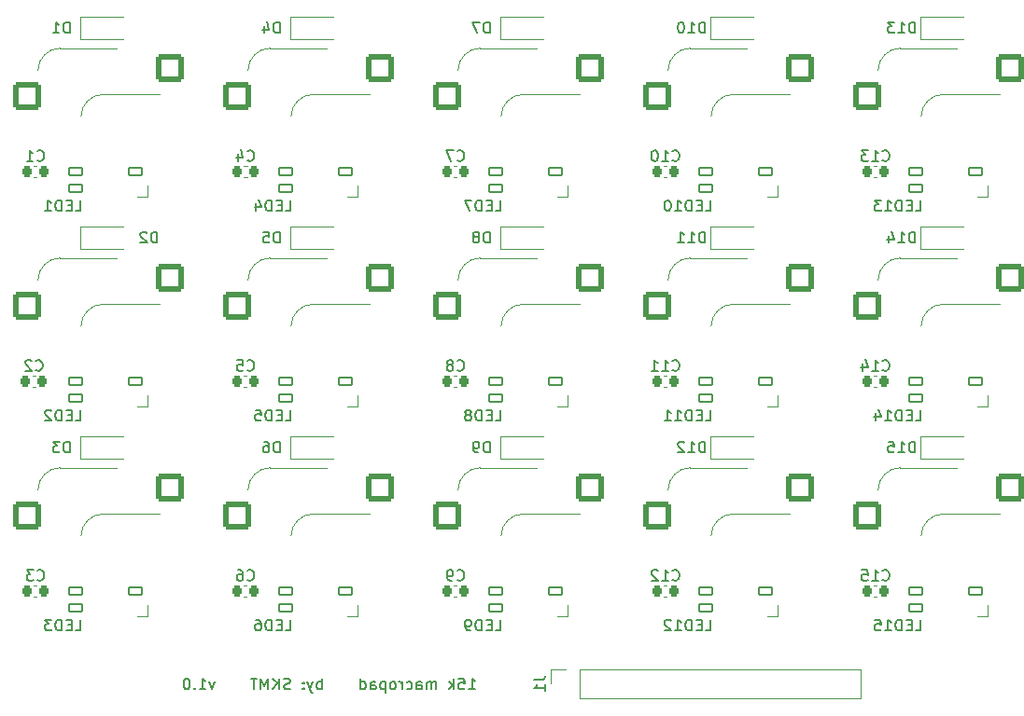
<source format=gbr>
%TF.GenerationSoftware,KiCad,Pcbnew,(6.0.6)*%
%TF.CreationDate,2022-08-15T00:28:01+08:00*%
%TF.ProjectId,15k-macropad,31356b2d-6d61-4637-926f-7061642e6b69,rev?*%
%TF.SameCoordinates,Original*%
%TF.FileFunction,Legend,Bot*%
%TF.FilePolarity,Positive*%
%FSLAX46Y46*%
G04 Gerber Fmt 4.6, Leading zero omitted, Abs format (unit mm)*
G04 Created by KiCad (PCBNEW (6.0.6)) date 2022-08-15 00:28:01*
%MOMM*%
%LPD*%
G01*
G04 APERTURE LIST*
G04 Aperture macros list*
%AMRoundRect*
0 Rectangle with rounded corners*
0 $1 Rounding radius*
0 $2 $3 $4 $5 $6 $7 $8 $9 X,Y pos of 4 corners*
0 Add a 4 corners polygon primitive as box body*
4,1,4,$2,$3,$4,$5,$6,$7,$8,$9,$2,$3,0*
0 Add four circle primitives for the rounded corners*
1,1,$1+$1,$2,$3*
1,1,$1+$1,$4,$5*
1,1,$1+$1,$6,$7*
1,1,$1+$1,$8,$9*
0 Add four rect primitives between the rounded corners*
20,1,$1+$1,$2,$3,$4,$5,0*
20,1,$1+$1,$4,$5,$6,$7,0*
20,1,$1+$1,$6,$7,$8,$9,0*
20,1,$1+$1,$8,$9,$2,$3,0*%
%AMFreePoly0*
4,1,18,-0.410000,0.593000,-0.403758,0.624380,-0.385983,0.650983,-0.359380,0.668758,-0.328000,0.675000,0.328000,0.675000,0.359380,0.668758,0.385983,0.650983,0.403758,0.624380,0.410000,0.593000,0.410000,-0.593000,0.403758,-0.624380,0.385983,-0.650983,0.359380,-0.668758,0.328000,-0.675000,0.000000,-0.675000,-0.410000,-0.265000,-0.410000,0.593000,-0.410000,0.593000,$1*%
G04 Aperture macros list end*
%ADD10C,0.150000*%
%ADD11C,0.120000*%
%ADD12C,2.200000*%
%ADD13R,0.900000X1.200000*%
%ADD14RoundRect,0.250000X-1.025000X-1.000000X1.025000X-1.000000X1.025000X1.000000X-1.025000X1.000000X0*%
%ADD15C,1.750000*%
%ADD16C,4.000000*%
%ADD17C,3.050000*%
%ADD18FreePoly0,90.000000*%
%ADD19RoundRect,0.082000X0.593000X-0.328000X0.593000X0.328000X-0.593000X0.328000X-0.593000X-0.328000X0*%
%ADD20RoundRect,0.225000X0.225000X0.250000X-0.225000X0.250000X-0.225000X-0.250000X0.225000X-0.250000X0*%
%ADD21O,1.700000X1.700000*%
%ADD22R,1.700000X1.700000*%
%ADD23C,0.800000*%
G04 APERTURE END LIST*
D10*
X137737857Y-116403380D02*
X138309285Y-116403380D01*
X138023571Y-116403380D02*
X138023571Y-115403380D01*
X138118809Y-115546238D01*
X138214047Y-115641476D01*
X138309285Y-115689095D01*
X136833095Y-115403380D02*
X137309285Y-115403380D01*
X137356904Y-115879571D01*
X137309285Y-115831952D01*
X137214047Y-115784333D01*
X136975952Y-115784333D01*
X136880714Y-115831952D01*
X136833095Y-115879571D01*
X136785476Y-115974809D01*
X136785476Y-116212904D01*
X136833095Y-116308142D01*
X136880714Y-116355761D01*
X136975952Y-116403380D01*
X137214047Y-116403380D01*
X137309285Y-116355761D01*
X137356904Y-116308142D01*
X136356904Y-116403380D02*
X136356904Y-115403380D01*
X136261666Y-116022428D02*
X135975952Y-116403380D01*
X135975952Y-115736714D02*
X136356904Y-116117666D01*
X134785476Y-116403380D02*
X134785476Y-115736714D01*
X134785476Y-115831952D02*
X134737857Y-115784333D01*
X134642619Y-115736714D01*
X134499761Y-115736714D01*
X134404523Y-115784333D01*
X134356904Y-115879571D01*
X134356904Y-116403380D01*
X134356904Y-115879571D02*
X134309285Y-115784333D01*
X134214047Y-115736714D01*
X134071190Y-115736714D01*
X133975952Y-115784333D01*
X133928333Y-115879571D01*
X133928333Y-116403380D01*
X133023571Y-116403380D02*
X133023571Y-115879571D01*
X133071190Y-115784333D01*
X133166428Y-115736714D01*
X133356904Y-115736714D01*
X133452142Y-115784333D01*
X133023571Y-116355761D02*
X133118809Y-116403380D01*
X133356904Y-116403380D01*
X133452142Y-116355761D01*
X133499761Y-116260523D01*
X133499761Y-116165285D01*
X133452142Y-116070047D01*
X133356904Y-116022428D01*
X133118809Y-116022428D01*
X133023571Y-115974809D01*
X132118809Y-116355761D02*
X132214047Y-116403380D01*
X132404523Y-116403380D01*
X132499761Y-116355761D01*
X132547380Y-116308142D01*
X132595000Y-116212904D01*
X132595000Y-115927190D01*
X132547380Y-115831952D01*
X132499761Y-115784333D01*
X132404523Y-115736714D01*
X132214047Y-115736714D01*
X132118809Y-115784333D01*
X131690238Y-116403380D02*
X131690238Y-115736714D01*
X131690238Y-115927190D02*
X131642619Y-115831952D01*
X131595000Y-115784333D01*
X131499761Y-115736714D01*
X131404523Y-115736714D01*
X130928333Y-116403380D02*
X131023571Y-116355761D01*
X131071190Y-116308142D01*
X131118809Y-116212904D01*
X131118809Y-115927190D01*
X131071190Y-115831952D01*
X131023571Y-115784333D01*
X130928333Y-115736714D01*
X130785476Y-115736714D01*
X130690238Y-115784333D01*
X130642619Y-115831952D01*
X130595000Y-115927190D01*
X130595000Y-116212904D01*
X130642619Y-116308142D01*
X130690238Y-116355761D01*
X130785476Y-116403380D01*
X130928333Y-116403380D01*
X130166428Y-115736714D02*
X130166428Y-116736714D01*
X130166428Y-115784333D02*
X130071190Y-115736714D01*
X129880714Y-115736714D01*
X129785476Y-115784333D01*
X129737857Y-115831952D01*
X129690238Y-115927190D01*
X129690238Y-116212904D01*
X129737857Y-116308142D01*
X129785476Y-116355761D01*
X129880714Y-116403380D01*
X130071190Y-116403380D01*
X130166428Y-116355761D01*
X128833095Y-116403380D02*
X128833095Y-115879571D01*
X128880714Y-115784333D01*
X128975952Y-115736714D01*
X129166428Y-115736714D01*
X129261666Y-115784333D01*
X128833095Y-116355761D02*
X128928333Y-116403380D01*
X129166428Y-116403380D01*
X129261666Y-116355761D01*
X129309285Y-116260523D01*
X129309285Y-116165285D01*
X129261666Y-116070047D01*
X129166428Y-116022428D01*
X128928333Y-116022428D01*
X128833095Y-115974809D01*
X127928333Y-116403380D02*
X127928333Y-115403380D01*
X127928333Y-116355761D02*
X128023571Y-116403380D01*
X128214047Y-116403380D01*
X128309285Y-116355761D01*
X128356904Y-116308142D01*
X128404523Y-116212904D01*
X128404523Y-115927190D01*
X128356904Y-115831952D01*
X128309285Y-115784333D01*
X128214047Y-115736714D01*
X128023571Y-115736714D01*
X127928333Y-115784333D01*
X124404523Y-116403380D02*
X124404523Y-115403380D01*
X124404523Y-115784333D02*
X124309285Y-115736714D01*
X124118809Y-115736714D01*
X124023571Y-115784333D01*
X123975952Y-115831952D01*
X123928333Y-115927190D01*
X123928333Y-116212904D01*
X123975952Y-116308142D01*
X124023571Y-116355761D01*
X124118809Y-116403380D01*
X124309285Y-116403380D01*
X124404523Y-116355761D01*
X123595000Y-115736714D02*
X123356904Y-116403380D01*
X123118809Y-115736714D02*
X123356904Y-116403380D01*
X123452142Y-116641476D01*
X123499761Y-116689095D01*
X123595000Y-116736714D01*
X122737857Y-116308142D02*
X122690238Y-116355761D01*
X122737857Y-116403380D01*
X122785476Y-116355761D01*
X122737857Y-116308142D01*
X122737857Y-116403380D01*
X122737857Y-115784333D02*
X122690238Y-115831952D01*
X122737857Y-115879571D01*
X122785476Y-115831952D01*
X122737857Y-115784333D01*
X122737857Y-115879571D01*
X121547380Y-116355761D02*
X121404523Y-116403380D01*
X121166428Y-116403380D01*
X121071190Y-116355761D01*
X121023571Y-116308142D01*
X120975952Y-116212904D01*
X120975952Y-116117666D01*
X121023571Y-116022428D01*
X121071190Y-115974809D01*
X121166428Y-115927190D01*
X121356904Y-115879571D01*
X121452142Y-115831952D01*
X121499761Y-115784333D01*
X121547380Y-115689095D01*
X121547380Y-115593857D01*
X121499761Y-115498619D01*
X121452142Y-115451000D01*
X121356904Y-115403380D01*
X121118809Y-115403380D01*
X120975952Y-115451000D01*
X120547380Y-116403380D02*
X120547380Y-115403380D01*
X119975952Y-116403380D02*
X120404523Y-115831952D01*
X119975952Y-115403380D02*
X120547380Y-115974809D01*
X119547380Y-116403380D02*
X119547380Y-115403380D01*
X119214047Y-116117666D01*
X118880714Y-115403380D01*
X118880714Y-116403380D01*
X118547380Y-115403380D02*
X117975952Y-115403380D01*
X118261666Y-116403380D02*
X118261666Y-115403380D01*
X114690238Y-115736714D02*
X114452142Y-116403380D01*
X114214047Y-115736714D01*
X113309285Y-116403380D02*
X113880714Y-116403380D01*
X113595000Y-116403380D02*
X113595000Y-115403380D01*
X113690238Y-115546238D01*
X113785476Y-115641476D01*
X113880714Y-115689095D01*
X112880714Y-116308142D02*
X112833095Y-116355761D01*
X112880714Y-116403380D01*
X112928333Y-116355761D01*
X112880714Y-116308142D01*
X112880714Y-116403380D01*
X112214047Y-115403380D02*
X112118809Y-115403380D01*
X112023571Y-115451000D01*
X111975952Y-115498619D01*
X111928333Y-115593857D01*
X111880714Y-115784333D01*
X111880714Y-116022428D01*
X111928333Y-116212904D01*
X111975952Y-116308142D01*
X112023571Y-116355761D01*
X112118809Y-116403380D01*
X112214047Y-116403380D01*
X112309285Y-116355761D01*
X112356904Y-116308142D01*
X112404523Y-116212904D01*
X112452142Y-116022428D01*
X112452142Y-115784333D01*
X112404523Y-115593857D01*
X112356904Y-115498619D01*
X112309285Y-115451000D01*
X112214047Y-115403380D01*
%TO.C,D15*%
X178220535Y-94908630D02*
X178220535Y-93908630D01*
X177982440Y-93908630D01*
X177839583Y-93956250D01*
X177744345Y-94051488D01*
X177696726Y-94146726D01*
X177649107Y-94337202D01*
X177649107Y-94480059D01*
X177696726Y-94670535D01*
X177744345Y-94765773D01*
X177839583Y-94861011D01*
X177982440Y-94908630D01*
X178220535Y-94908630D01*
X176696726Y-94908630D02*
X177268154Y-94908630D01*
X176982440Y-94908630D02*
X176982440Y-93908630D01*
X177077678Y-94051488D01*
X177172916Y-94146726D01*
X177268154Y-94194345D01*
X175791964Y-93908630D02*
X176268154Y-93908630D01*
X176315773Y-94384821D01*
X176268154Y-94337202D01*
X176172916Y-94289583D01*
X175934821Y-94289583D01*
X175839583Y-94337202D01*
X175791964Y-94384821D01*
X175744345Y-94480059D01*
X175744345Y-94718154D01*
X175791964Y-94813392D01*
X175839583Y-94861011D01*
X175934821Y-94908630D01*
X176172916Y-94908630D01*
X176268154Y-94861011D01*
X176315773Y-94813392D01*
%TO.C,D14*%
X178220535Y-75858630D02*
X178220535Y-74858630D01*
X177982440Y-74858630D01*
X177839583Y-74906250D01*
X177744345Y-75001488D01*
X177696726Y-75096726D01*
X177649107Y-75287202D01*
X177649107Y-75430059D01*
X177696726Y-75620535D01*
X177744345Y-75715773D01*
X177839583Y-75811011D01*
X177982440Y-75858630D01*
X178220535Y-75858630D01*
X176696726Y-75858630D02*
X177268154Y-75858630D01*
X176982440Y-75858630D02*
X176982440Y-74858630D01*
X177077678Y-75001488D01*
X177172916Y-75096726D01*
X177268154Y-75144345D01*
X175839583Y-75191964D02*
X175839583Y-75858630D01*
X176077678Y-74811011D02*
X176315773Y-75525297D01*
X175696726Y-75525297D01*
%TO.C,D13*%
X178220535Y-56808630D02*
X178220535Y-55808630D01*
X177982440Y-55808630D01*
X177839583Y-55856250D01*
X177744345Y-55951488D01*
X177696726Y-56046726D01*
X177649107Y-56237202D01*
X177649107Y-56380059D01*
X177696726Y-56570535D01*
X177744345Y-56665773D01*
X177839583Y-56761011D01*
X177982440Y-56808630D01*
X178220535Y-56808630D01*
X176696726Y-56808630D02*
X177268154Y-56808630D01*
X176982440Y-56808630D02*
X176982440Y-55808630D01*
X177077678Y-55951488D01*
X177172916Y-56046726D01*
X177268154Y-56094345D01*
X176363392Y-55808630D02*
X175744345Y-55808630D01*
X176077678Y-56189583D01*
X175934821Y-56189583D01*
X175839583Y-56237202D01*
X175791964Y-56284821D01*
X175744345Y-56380059D01*
X175744345Y-56618154D01*
X175791964Y-56713392D01*
X175839583Y-56761011D01*
X175934821Y-56808630D01*
X176220535Y-56808630D01*
X176315773Y-56761011D01*
X176363392Y-56713392D01*
%TO.C,D12*%
X159170535Y-94908630D02*
X159170535Y-93908630D01*
X158932440Y-93908630D01*
X158789583Y-93956250D01*
X158694345Y-94051488D01*
X158646726Y-94146726D01*
X158599107Y-94337202D01*
X158599107Y-94480059D01*
X158646726Y-94670535D01*
X158694345Y-94765773D01*
X158789583Y-94861011D01*
X158932440Y-94908630D01*
X159170535Y-94908630D01*
X157646726Y-94908630D02*
X158218154Y-94908630D01*
X157932440Y-94908630D02*
X157932440Y-93908630D01*
X158027678Y-94051488D01*
X158122916Y-94146726D01*
X158218154Y-94194345D01*
X157265773Y-94003869D02*
X157218154Y-93956250D01*
X157122916Y-93908630D01*
X156884821Y-93908630D01*
X156789583Y-93956250D01*
X156741964Y-94003869D01*
X156694345Y-94099107D01*
X156694345Y-94194345D01*
X156741964Y-94337202D01*
X157313392Y-94908630D01*
X156694345Y-94908630D01*
%TO.C,D11*%
X159170535Y-75858630D02*
X159170535Y-74858630D01*
X158932440Y-74858630D01*
X158789583Y-74906250D01*
X158694345Y-75001488D01*
X158646726Y-75096726D01*
X158599107Y-75287202D01*
X158599107Y-75430059D01*
X158646726Y-75620535D01*
X158694345Y-75715773D01*
X158789583Y-75811011D01*
X158932440Y-75858630D01*
X159170535Y-75858630D01*
X157646726Y-75858630D02*
X158218154Y-75858630D01*
X157932440Y-75858630D02*
X157932440Y-74858630D01*
X158027678Y-75001488D01*
X158122916Y-75096726D01*
X158218154Y-75144345D01*
X156694345Y-75858630D02*
X157265773Y-75858630D01*
X156980059Y-75858630D02*
X156980059Y-74858630D01*
X157075297Y-75001488D01*
X157170535Y-75096726D01*
X157265773Y-75144345D01*
%TO.C,D10*%
X159170535Y-56808630D02*
X159170535Y-55808630D01*
X158932440Y-55808630D01*
X158789583Y-55856250D01*
X158694345Y-55951488D01*
X158646726Y-56046726D01*
X158599107Y-56237202D01*
X158599107Y-56380059D01*
X158646726Y-56570535D01*
X158694345Y-56665773D01*
X158789583Y-56761011D01*
X158932440Y-56808630D01*
X159170535Y-56808630D01*
X157646726Y-56808630D02*
X158218154Y-56808630D01*
X157932440Y-56808630D02*
X157932440Y-55808630D01*
X158027678Y-55951488D01*
X158122916Y-56046726D01*
X158218154Y-56094345D01*
X157027678Y-55808630D02*
X156932440Y-55808630D01*
X156837202Y-55856250D01*
X156789583Y-55903869D01*
X156741964Y-55999107D01*
X156694345Y-56189583D01*
X156694345Y-56427678D01*
X156741964Y-56618154D01*
X156789583Y-56713392D01*
X156837202Y-56761011D01*
X156932440Y-56808630D01*
X157027678Y-56808630D01*
X157122916Y-56761011D01*
X157170535Y-56713392D01*
X157218154Y-56618154D01*
X157265773Y-56427678D01*
X157265773Y-56189583D01*
X157218154Y-55999107D01*
X157170535Y-55903869D01*
X157122916Y-55856250D01*
X157027678Y-55808630D01*
%TO.C,D9*%
X139644345Y-94908630D02*
X139644345Y-93908630D01*
X139406250Y-93908630D01*
X139263392Y-93956250D01*
X139168154Y-94051488D01*
X139120535Y-94146726D01*
X139072916Y-94337202D01*
X139072916Y-94480059D01*
X139120535Y-94670535D01*
X139168154Y-94765773D01*
X139263392Y-94861011D01*
X139406250Y-94908630D01*
X139644345Y-94908630D01*
X138596726Y-94908630D02*
X138406250Y-94908630D01*
X138311011Y-94861011D01*
X138263392Y-94813392D01*
X138168154Y-94670535D01*
X138120535Y-94480059D01*
X138120535Y-94099107D01*
X138168154Y-94003869D01*
X138215773Y-93956250D01*
X138311011Y-93908630D01*
X138501488Y-93908630D01*
X138596726Y-93956250D01*
X138644345Y-94003869D01*
X138691964Y-94099107D01*
X138691964Y-94337202D01*
X138644345Y-94432440D01*
X138596726Y-94480059D01*
X138501488Y-94527678D01*
X138311011Y-94527678D01*
X138215773Y-94480059D01*
X138168154Y-94432440D01*
X138120535Y-94337202D01*
%TO.C,D8*%
X139644345Y-75858630D02*
X139644345Y-74858630D01*
X139406250Y-74858630D01*
X139263392Y-74906250D01*
X139168154Y-75001488D01*
X139120535Y-75096726D01*
X139072916Y-75287202D01*
X139072916Y-75430059D01*
X139120535Y-75620535D01*
X139168154Y-75715773D01*
X139263392Y-75811011D01*
X139406250Y-75858630D01*
X139644345Y-75858630D01*
X138501488Y-75287202D02*
X138596726Y-75239583D01*
X138644345Y-75191964D01*
X138691964Y-75096726D01*
X138691964Y-75049107D01*
X138644345Y-74953869D01*
X138596726Y-74906250D01*
X138501488Y-74858630D01*
X138311011Y-74858630D01*
X138215773Y-74906250D01*
X138168154Y-74953869D01*
X138120535Y-75049107D01*
X138120535Y-75096726D01*
X138168154Y-75191964D01*
X138215773Y-75239583D01*
X138311011Y-75287202D01*
X138501488Y-75287202D01*
X138596726Y-75334821D01*
X138644345Y-75382440D01*
X138691964Y-75477678D01*
X138691964Y-75668154D01*
X138644345Y-75763392D01*
X138596726Y-75811011D01*
X138501488Y-75858630D01*
X138311011Y-75858630D01*
X138215773Y-75811011D01*
X138168154Y-75763392D01*
X138120535Y-75668154D01*
X138120535Y-75477678D01*
X138168154Y-75382440D01*
X138215773Y-75334821D01*
X138311011Y-75287202D01*
%TO.C,D7*%
X139644345Y-56808630D02*
X139644345Y-55808630D01*
X139406250Y-55808630D01*
X139263392Y-55856250D01*
X139168154Y-55951488D01*
X139120535Y-56046726D01*
X139072916Y-56237202D01*
X139072916Y-56380059D01*
X139120535Y-56570535D01*
X139168154Y-56665773D01*
X139263392Y-56761011D01*
X139406250Y-56808630D01*
X139644345Y-56808630D01*
X138739583Y-55808630D02*
X138072916Y-55808630D01*
X138501488Y-56808630D01*
%TO.C,D6*%
X120594345Y-94908630D02*
X120594345Y-93908630D01*
X120356250Y-93908630D01*
X120213392Y-93956250D01*
X120118154Y-94051488D01*
X120070535Y-94146726D01*
X120022916Y-94337202D01*
X120022916Y-94480059D01*
X120070535Y-94670535D01*
X120118154Y-94765773D01*
X120213392Y-94861011D01*
X120356250Y-94908630D01*
X120594345Y-94908630D01*
X119165773Y-93908630D02*
X119356250Y-93908630D01*
X119451488Y-93956250D01*
X119499107Y-94003869D01*
X119594345Y-94146726D01*
X119641964Y-94337202D01*
X119641964Y-94718154D01*
X119594345Y-94813392D01*
X119546726Y-94861011D01*
X119451488Y-94908630D01*
X119261011Y-94908630D01*
X119165773Y-94861011D01*
X119118154Y-94813392D01*
X119070535Y-94718154D01*
X119070535Y-94480059D01*
X119118154Y-94384821D01*
X119165773Y-94337202D01*
X119261011Y-94289583D01*
X119451488Y-94289583D01*
X119546726Y-94337202D01*
X119594345Y-94384821D01*
X119641964Y-94480059D01*
%TO.C,D5*%
X120594345Y-75858630D02*
X120594345Y-74858630D01*
X120356250Y-74858630D01*
X120213392Y-74906250D01*
X120118154Y-75001488D01*
X120070535Y-75096726D01*
X120022916Y-75287202D01*
X120022916Y-75430059D01*
X120070535Y-75620535D01*
X120118154Y-75715773D01*
X120213392Y-75811011D01*
X120356250Y-75858630D01*
X120594345Y-75858630D01*
X119118154Y-74858630D02*
X119594345Y-74858630D01*
X119641964Y-75334821D01*
X119594345Y-75287202D01*
X119499107Y-75239583D01*
X119261011Y-75239583D01*
X119165773Y-75287202D01*
X119118154Y-75334821D01*
X119070535Y-75430059D01*
X119070535Y-75668154D01*
X119118154Y-75763392D01*
X119165773Y-75811011D01*
X119261011Y-75858630D01*
X119499107Y-75858630D01*
X119594345Y-75811011D01*
X119641964Y-75763392D01*
%TO.C,D4*%
X120594345Y-56808630D02*
X120594345Y-55808630D01*
X120356250Y-55808630D01*
X120213392Y-55856250D01*
X120118154Y-55951488D01*
X120070535Y-56046726D01*
X120022916Y-56237202D01*
X120022916Y-56380059D01*
X120070535Y-56570535D01*
X120118154Y-56665773D01*
X120213392Y-56761011D01*
X120356250Y-56808630D01*
X120594345Y-56808630D01*
X119165773Y-56141964D02*
X119165773Y-56808630D01*
X119403869Y-55761011D02*
X119641964Y-56475297D01*
X119022916Y-56475297D01*
%TO.C,D3*%
X101544345Y-94908630D02*
X101544345Y-93908630D01*
X101306250Y-93908630D01*
X101163392Y-93956250D01*
X101068154Y-94051488D01*
X101020535Y-94146726D01*
X100972916Y-94337202D01*
X100972916Y-94480059D01*
X101020535Y-94670535D01*
X101068154Y-94765773D01*
X101163392Y-94861011D01*
X101306250Y-94908630D01*
X101544345Y-94908630D01*
X100639583Y-93908630D02*
X100020535Y-93908630D01*
X100353869Y-94289583D01*
X100211011Y-94289583D01*
X100115773Y-94337202D01*
X100068154Y-94384821D01*
X100020535Y-94480059D01*
X100020535Y-94718154D01*
X100068154Y-94813392D01*
X100115773Y-94861011D01*
X100211011Y-94908630D01*
X100496726Y-94908630D01*
X100591964Y-94861011D01*
X100639583Y-94813392D01*
%TO.C,D2*%
X109481845Y-75858630D02*
X109481845Y-74858630D01*
X109243750Y-74858630D01*
X109100892Y-74906250D01*
X109005654Y-75001488D01*
X108958035Y-75096726D01*
X108910416Y-75287202D01*
X108910416Y-75430059D01*
X108958035Y-75620535D01*
X109005654Y-75715773D01*
X109100892Y-75811011D01*
X109243750Y-75858630D01*
X109481845Y-75858630D01*
X108529464Y-74953869D02*
X108481845Y-74906250D01*
X108386607Y-74858630D01*
X108148511Y-74858630D01*
X108053273Y-74906250D01*
X108005654Y-74953869D01*
X107958035Y-75049107D01*
X107958035Y-75144345D01*
X108005654Y-75287202D01*
X108577083Y-75858630D01*
X107958035Y-75858630D01*
%TO.C,D1*%
X101544345Y-56808630D02*
X101544345Y-55808630D01*
X101306250Y-55808630D01*
X101163392Y-55856250D01*
X101068154Y-55951488D01*
X101020535Y-56046726D01*
X100972916Y-56237202D01*
X100972916Y-56380059D01*
X101020535Y-56570535D01*
X101068154Y-56665773D01*
X101163392Y-56761011D01*
X101306250Y-56808630D01*
X101544345Y-56808630D01*
X100020535Y-56808630D02*
X100591964Y-56808630D01*
X100306250Y-56808630D02*
X100306250Y-55808630D01*
X100401488Y-55951488D01*
X100496726Y-56046726D01*
X100591964Y-56094345D01*
%TO.C,LED11*%
X159208214Y-92019380D02*
X159684404Y-92019380D01*
X159684404Y-91019380D01*
X158874880Y-91495571D02*
X158541547Y-91495571D01*
X158398690Y-92019380D02*
X158874880Y-92019380D01*
X158874880Y-91019380D01*
X158398690Y-91019380D01*
X157970119Y-92019380D02*
X157970119Y-91019380D01*
X157732023Y-91019380D01*
X157589166Y-91067000D01*
X157493928Y-91162238D01*
X157446309Y-91257476D01*
X157398690Y-91447952D01*
X157398690Y-91590809D01*
X157446309Y-91781285D01*
X157493928Y-91876523D01*
X157589166Y-91971761D01*
X157732023Y-92019380D01*
X157970119Y-92019380D01*
X156446309Y-92019380D02*
X157017738Y-92019380D01*
X156732023Y-92019380D02*
X156732023Y-91019380D01*
X156827261Y-91162238D01*
X156922500Y-91257476D01*
X157017738Y-91305095D01*
X155493928Y-92019380D02*
X156065357Y-92019380D01*
X155779642Y-92019380D02*
X155779642Y-91019380D01*
X155874880Y-91162238D01*
X155970119Y-91257476D01*
X156065357Y-91305095D01*
%TO.C,LED8*%
X140158214Y-92019380D02*
X140634404Y-92019380D01*
X140634404Y-91019380D01*
X139824880Y-91495571D02*
X139491547Y-91495571D01*
X139348690Y-92019380D02*
X139824880Y-92019380D01*
X139824880Y-91019380D01*
X139348690Y-91019380D01*
X138920119Y-92019380D02*
X138920119Y-91019380D01*
X138682023Y-91019380D01*
X138539166Y-91067000D01*
X138443928Y-91162238D01*
X138396309Y-91257476D01*
X138348690Y-91447952D01*
X138348690Y-91590809D01*
X138396309Y-91781285D01*
X138443928Y-91876523D01*
X138539166Y-91971761D01*
X138682023Y-92019380D01*
X138920119Y-92019380D01*
X137777261Y-91447952D02*
X137872500Y-91400333D01*
X137920119Y-91352714D01*
X137967738Y-91257476D01*
X137967738Y-91209857D01*
X137920119Y-91114619D01*
X137872500Y-91067000D01*
X137777261Y-91019380D01*
X137586785Y-91019380D01*
X137491547Y-91067000D01*
X137443928Y-91114619D01*
X137396309Y-91209857D01*
X137396309Y-91257476D01*
X137443928Y-91352714D01*
X137491547Y-91400333D01*
X137586785Y-91447952D01*
X137777261Y-91447952D01*
X137872500Y-91495571D01*
X137920119Y-91543190D01*
X137967738Y-91638428D01*
X137967738Y-91828904D01*
X137920119Y-91924142D01*
X137872500Y-91971761D01*
X137777261Y-92019380D01*
X137586785Y-92019380D01*
X137491547Y-91971761D01*
X137443928Y-91924142D01*
X137396309Y-91828904D01*
X137396309Y-91638428D01*
X137443928Y-91543190D01*
X137491547Y-91495571D01*
X137586785Y-91447952D01*
%TO.C,LED6*%
X121108214Y-111069380D02*
X121584404Y-111069380D01*
X121584404Y-110069380D01*
X120774880Y-110545571D02*
X120441547Y-110545571D01*
X120298690Y-111069380D02*
X120774880Y-111069380D01*
X120774880Y-110069380D01*
X120298690Y-110069380D01*
X119870119Y-111069380D02*
X119870119Y-110069380D01*
X119632023Y-110069380D01*
X119489166Y-110117000D01*
X119393928Y-110212238D01*
X119346309Y-110307476D01*
X119298690Y-110497952D01*
X119298690Y-110640809D01*
X119346309Y-110831285D01*
X119393928Y-110926523D01*
X119489166Y-111021761D01*
X119632023Y-111069380D01*
X119870119Y-111069380D01*
X118441547Y-110069380D02*
X118632023Y-110069380D01*
X118727261Y-110117000D01*
X118774880Y-110164619D01*
X118870119Y-110307476D01*
X118917738Y-110497952D01*
X118917738Y-110878904D01*
X118870119Y-110974142D01*
X118822500Y-111021761D01*
X118727261Y-111069380D01*
X118536785Y-111069380D01*
X118441547Y-111021761D01*
X118393928Y-110974142D01*
X118346309Y-110878904D01*
X118346309Y-110640809D01*
X118393928Y-110545571D01*
X118441547Y-110497952D01*
X118536785Y-110450333D01*
X118727261Y-110450333D01*
X118822500Y-110497952D01*
X118870119Y-110545571D01*
X118917738Y-110640809D01*
%TO.C,LED12*%
X159208214Y-111069380D02*
X159684404Y-111069380D01*
X159684404Y-110069380D01*
X158874880Y-110545571D02*
X158541547Y-110545571D01*
X158398690Y-111069380D02*
X158874880Y-111069380D01*
X158874880Y-110069380D01*
X158398690Y-110069380D01*
X157970119Y-111069380D02*
X157970119Y-110069380D01*
X157732023Y-110069380D01*
X157589166Y-110117000D01*
X157493928Y-110212238D01*
X157446309Y-110307476D01*
X157398690Y-110497952D01*
X157398690Y-110640809D01*
X157446309Y-110831285D01*
X157493928Y-110926523D01*
X157589166Y-111021761D01*
X157732023Y-111069380D01*
X157970119Y-111069380D01*
X156446309Y-111069380D02*
X157017738Y-111069380D01*
X156732023Y-111069380D02*
X156732023Y-110069380D01*
X156827261Y-110212238D01*
X156922500Y-110307476D01*
X157017738Y-110355095D01*
X156065357Y-110164619D02*
X156017738Y-110117000D01*
X155922500Y-110069380D01*
X155684404Y-110069380D01*
X155589166Y-110117000D01*
X155541547Y-110164619D01*
X155493928Y-110259857D01*
X155493928Y-110355095D01*
X155541547Y-110497952D01*
X156112976Y-111069380D01*
X155493928Y-111069380D01*
%TO.C,LED13*%
X178258214Y-72969380D02*
X178734404Y-72969380D01*
X178734404Y-71969380D01*
X177924880Y-72445571D02*
X177591547Y-72445571D01*
X177448690Y-72969380D02*
X177924880Y-72969380D01*
X177924880Y-71969380D01*
X177448690Y-71969380D01*
X177020119Y-72969380D02*
X177020119Y-71969380D01*
X176782023Y-71969380D01*
X176639166Y-72017000D01*
X176543928Y-72112238D01*
X176496309Y-72207476D01*
X176448690Y-72397952D01*
X176448690Y-72540809D01*
X176496309Y-72731285D01*
X176543928Y-72826523D01*
X176639166Y-72921761D01*
X176782023Y-72969380D01*
X177020119Y-72969380D01*
X175496309Y-72969380D02*
X176067738Y-72969380D01*
X175782023Y-72969380D02*
X175782023Y-71969380D01*
X175877261Y-72112238D01*
X175972500Y-72207476D01*
X176067738Y-72255095D01*
X175162976Y-71969380D02*
X174543928Y-71969380D01*
X174877261Y-72350333D01*
X174734404Y-72350333D01*
X174639166Y-72397952D01*
X174591547Y-72445571D01*
X174543928Y-72540809D01*
X174543928Y-72778904D01*
X174591547Y-72874142D01*
X174639166Y-72921761D01*
X174734404Y-72969380D01*
X175020119Y-72969380D01*
X175115357Y-72921761D01*
X175162976Y-72874142D01*
%TO.C,C2*%
X98464666Y-87394642D02*
X98512285Y-87442261D01*
X98655142Y-87489880D01*
X98750380Y-87489880D01*
X98893238Y-87442261D01*
X98988476Y-87347023D01*
X99036095Y-87251785D01*
X99083714Y-87061309D01*
X99083714Y-86918452D01*
X99036095Y-86727976D01*
X98988476Y-86632738D01*
X98893238Y-86537500D01*
X98750380Y-86489880D01*
X98655142Y-86489880D01*
X98512285Y-86537500D01*
X98464666Y-86585119D01*
X98083714Y-86585119D02*
X98036095Y-86537500D01*
X97940857Y-86489880D01*
X97702761Y-86489880D01*
X97607523Y-86537500D01*
X97559904Y-86585119D01*
X97512285Y-86680357D01*
X97512285Y-86775595D01*
X97559904Y-86918452D01*
X98131333Y-87489880D01*
X97512285Y-87489880D01*
%TO.C,C12*%
X156217857Y-106444642D02*
X156265476Y-106492261D01*
X156408333Y-106539880D01*
X156503571Y-106539880D01*
X156646428Y-106492261D01*
X156741666Y-106397023D01*
X156789285Y-106301785D01*
X156836904Y-106111309D01*
X156836904Y-105968452D01*
X156789285Y-105777976D01*
X156741666Y-105682738D01*
X156646428Y-105587500D01*
X156503571Y-105539880D01*
X156408333Y-105539880D01*
X156265476Y-105587500D01*
X156217857Y-105635119D01*
X155265476Y-106539880D02*
X155836904Y-106539880D01*
X155551190Y-106539880D02*
X155551190Y-105539880D01*
X155646428Y-105682738D01*
X155741666Y-105777976D01*
X155836904Y-105825595D01*
X154884523Y-105635119D02*
X154836904Y-105587500D01*
X154741666Y-105539880D01*
X154503571Y-105539880D01*
X154408333Y-105587500D01*
X154360714Y-105635119D01*
X154313095Y-105730357D01*
X154313095Y-105825595D01*
X154360714Y-105968452D01*
X154932142Y-106539880D01*
X154313095Y-106539880D01*
%TO.C,C5*%
X117641666Y-87394642D02*
X117689285Y-87442261D01*
X117832142Y-87489880D01*
X117927380Y-87489880D01*
X118070238Y-87442261D01*
X118165476Y-87347023D01*
X118213095Y-87251785D01*
X118260714Y-87061309D01*
X118260714Y-86918452D01*
X118213095Y-86727976D01*
X118165476Y-86632738D01*
X118070238Y-86537500D01*
X117927380Y-86489880D01*
X117832142Y-86489880D01*
X117689285Y-86537500D01*
X117641666Y-86585119D01*
X116736904Y-86489880D02*
X117213095Y-86489880D01*
X117260714Y-86966071D01*
X117213095Y-86918452D01*
X117117857Y-86870833D01*
X116879761Y-86870833D01*
X116784523Y-86918452D01*
X116736904Y-86966071D01*
X116689285Y-87061309D01*
X116689285Y-87299404D01*
X116736904Y-87394642D01*
X116784523Y-87442261D01*
X116879761Y-87489880D01*
X117117857Y-87489880D01*
X117213095Y-87442261D01*
X117260714Y-87394642D01*
%TO.C,LED3*%
X102058214Y-111069380D02*
X102534404Y-111069380D01*
X102534404Y-110069380D01*
X101724880Y-110545571D02*
X101391547Y-110545571D01*
X101248690Y-111069380D02*
X101724880Y-111069380D01*
X101724880Y-110069380D01*
X101248690Y-110069380D01*
X100820119Y-111069380D02*
X100820119Y-110069380D01*
X100582023Y-110069380D01*
X100439166Y-110117000D01*
X100343928Y-110212238D01*
X100296309Y-110307476D01*
X100248690Y-110497952D01*
X100248690Y-110640809D01*
X100296309Y-110831285D01*
X100343928Y-110926523D01*
X100439166Y-111021761D01*
X100582023Y-111069380D01*
X100820119Y-111069380D01*
X99915357Y-110069380D02*
X99296309Y-110069380D01*
X99629642Y-110450333D01*
X99486785Y-110450333D01*
X99391547Y-110497952D01*
X99343928Y-110545571D01*
X99296309Y-110640809D01*
X99296309Y-110878904D01*
X99343928Y-110974142D01*
X99391547Y-111021761D01*
X99486785Y-111069380D01*
X99772500Y-111069380D01*
X99867738Y-111021761D01*
X99915357Y-110974142D01*
%TO.C,C10*%
X156217857Y-68344642D02*
X156265476Y-68392261D01*
X156408333Y-68439880D01*
X156503571Y-68439880D01*
X156646428Y-68392261D01*
X156741666Y-68297023D01*
X156789285Y-68201785D01*
X156836904Y-68011309D01*
X156836904Y-67868452D01*
X156789285Y-67677976D01*
X156741666Y-67582738D01*
X156646428Y-67487500D01*
X156503571Y-67439880D01*
X156408333Y-67439880D01*
X156265476Y-67487500D01*
X156217857Y-67535119D01*
X155265476Y-68439880D02*
X155836904Y-68439880D01*
X155551190Y-68439880D02*
X155551190Y-67439880D01*
X155646428Y-67582738D01*
X155741666Y-67677976D01*
X155836904Y-67725595D01*
X154646428Y-67439880D02*
X154551190Y-67439880D01*
X154455952Y-67487500D01*
X154408333Y-67535119D01*
X154360714Y-67630357D01*
X154313095Y-67820833D01*
X154313095Y-68058928D01*
X154360714Y-68249404D01*
X154408333Y-68344642D01*
X154455952Y-68392261D01*
X154551190Y-68439880D01*
X154646428Y-68439880D01*
X154741666Y-68392261D01*
X154789285Y-68344642D01*
X154836904Y-68249404D01*
X154884523Y-68058928D01*
X154884523Y-67820833D01*
X154836904Y-67630357D01*
X154789285Y-67535119D01*
X154741666Y-67487500D01*
X154646428Y-67439880D01*
%TO.C,C13*%
X175267857Y-68344642D02*
X175315476Y-68392261D01*
X175458333Y-68439880D01*
X175553571Y-68439880D01*
X175696428Y-68392261D01*
X175791666Y-68297023D01*
X175839285Y-68201785D01*
X175886904Y-68011309D01*
X175886904Y-67868452D01*
X175839285Y-67677976D01*
X175791666Y-67582738D01*
X175696428Y-67487500D01*
X175553571Y-67439880D01*
X175458333Y-67439880D01*
X175315476Y-67487500D01*
X175267857Y-67535119D01*
X174315476Y-68439880D02*
X174886904Y-68439880D01*
X174601190Y-68439880D02*
X174601190Y-67439880D01*
X174696428Y-67582738D01*
X174791666Y-67677976D01*
X174886904Y-67725595D01*
X173982142Y-67439880D02*
X173363095Y-67439880D01*
X173696428Y-67820833D01*
X173553571Y-67820833D01*
X173458333Y-67868452D01*
X173410714Y-67916071D01*
X173363095Y-68011309D01*
X173363095Y-68249404D01*
X173410714Y-68344642D01*
X173458333Y-68392261D01*
X173553571Y-68439880D01*
X173839285Y-68439880D01*
X173934523Y-68392261D01*
X173982142Y-68344642D01*
%TO.C,LED7*%
X140158214Y-72969380D02*
X140634404Y-72969380D01*
X140634404Y-71969380D01*
X139824880Y-72445571D02*
X139491547Y-72445571D01*
X139348690Y-72969380D02*
X139824880Y-72969380D01*
X139824880Y-71969380D01*
X139348690Y-71969380D01*
X138920119Y-72969380D02*
X138920119Y-71969380D01*
X138682023Y-71969380D01*
X138539166Y-72017000D01*
X138443928Y-72112238D01*
X138396309Y-72207476D01*
X138348690Y-72397952D01*
X138348690Y-72540809D01*
X138396309Y-72731285D01*
X138443928Y-72826523D01*
X138539166Y-72921761D01*
X138682023Y-72969380D01*
X138920119Y-72969380D01*
X138015357Y-71969380D02*
X137348690Y-71969380D01*
X137777261Y-72969380D01*
%TO.C,LED9*%
X140158214Y-111069380D02*
X140634404Y-111069380D01*
X140634404Y-110069380D01*
X139824880Y-110545571D02*
X139491547Y-110545571D01*
X139348690Y-111069380D02*
X139824880Y-111069380D01*
X139824880Y-110069380D01*
X139348690Y-110069380D01*
X138920119Y-111069380D02*
X138920119Y-110069380D01*
X138682023Y-110069380D01*
X138539166Y-110117000D01*
X138443928Y-110212238D01*
X138396309Y-110307476D01*
X138348690Y-110497952D01*
X138348690Y-110640809D01*
X138396309Y-110831285D01*
X138443928Y-110926523D01*
X138539166Y-111021761D01*
X138682023Y-111069380D01*
X138920119Y-111069380D01*
X137872500Y-111069380D02*
X137682023Y-111069380D01*
X137586785Y-111021761D01*
X137539166Y-110974142D01*
X137443928Y-110831285D01*
X137396309Y-110640809D01*
X137396309Y-110259857D01*
X137443928Y-110164619D01*
X137491547Y-110117000D01*
X137586785Y-110069380D01*
X137777261Y-110069380D01*
X137872500Y-110117000D01*
X137920119Y-110164619D01*
X137967738Y-110259857D01*
X137967738Y-110497952D01*
X137920119Y-110593190D01*
X137872500Y-110640809D01*
X137777261Y-110688428D01*
X137586785Y-110688428D01*
X137491547Y-110640809D01*
X137443928Y-110593190D01*
X137396309Y-110497952D01*
%TO.C,C15*%
X175267857Y-106444642D02*
X175315476Y-106492261D01*
X175458333Y-106539880D01*
X175553571Y-106539880D01*
X175696428Y-106492261D01*
X175791666Y-106397023D01*
X175839285Y-106301785D01*
X175886904Y-106111309D01*
X175886904Y-105968452D01*
X175839285Y-105777976D01*
X175791666Y-105682738D01*
X175696428Y-105587500D01*
X175553571Y-105539880D01*
X175458333Y-105539880D01*
X175315476Y-105587500D01*
X175267857Y-105635119D01*
X174315476Y-106539880D02*
X174886904Y-106539880D01*
X174601190Y-106539880D02*
X174601190Y-105539880D01*
X174696428Y-105682738D01*
X174791666Y-105777976D01*
X174886904Y-105825595D01*
X173410714Y-105539880D02*
X173886904Y-105539880D01*
X173934523Y-106016071D01*
X173886904Y-105968452D01*
X173791666Y-105920833D01*
X173553571Y-105920833D01*
X173458333Y-105968452D01*
X173410714Y-106016071D01*
X173363095Y-106111309D01*
X173363095Y-106349404D01*
X173410714Y-106444642D01*
X173458333Y-106492261D01*
X173553571Y-106539880D01*
X173791666Y-106539880D01*
X173886904Y-106492261D01*
X173934523Y-106444642D01*
%TO.C,C8*%
X136691666Y-87394642D02*
X136739285Y-87442261D01*
X136882142Y-87489880D01*
X136977380Y-87489880D01*
X137120238Y-87442261D01*
X137215476Y-87347023D01*
X137263095Y-87251785D01*
X137310714Y-87061309D01*
X137310714Y-86918452D01*
X137263095Y-86727976D01*
X137215476Y-86632738D01*
X137120238Y-86537500D01*
X136977380Y-86489880D01*
X136882142Y-86489880D01*
X136739285Y-86537500D01*
X136691666Y-86585119D01*
X136120238Y-86918452D02*
X136215476Y-86870833D01*
X136263095Y-86823214D01*
X136310714Y-86727976D01*
X136310714Y-86680357D01*
X136263095Y-86585119D01*
X136215476Y-86537500D01*
X136120238Y-86489880D01*
X135929761Y-86489880D01*
X135834523Y-86537500D01*
X135786904Y-86585119D01*
X135739285Y-86680357D01*
X135739285Y-86727976D01*
X135786904Y-86823214D01*
X135834523Y-86870833D01*
X135929761Y-86918452D01*
X136120238Y-86918452D01*
X136215476Y-86966071D01*
X136263095Y-87013690D01*
X136310714Y-87108928D01*
X136310714Y-87299404D01*
X136263095Y-87394642D01*
X136215476Y-87442261D01*
X136120238Y-87489880D01*
X135929761Y-87489880D01*
X135834523Y-87442261D01*
X135786904Y-87394642D01*
X135739285Y-87299404D01*
X135739285Y-87108928D01*
X135786904Y-87013690D01*
X135834523Y-86966071D01*
X135929761Y-86918452D01*
%TO.C,LED14*%
X178258214Y-92019380D02*
X178734404Y-92019380D01*
X178734404Y-91019380D01*
X177924880Y-91495571D02*
X177591547Y-91495571D01*
X177448690Y-92019380D02*
X177924880Y-92019380D01*
X177924880Y-91019380D01*
X177448690Y-91019380D01*
X177020119Y-92019380D02*
X177020119Y-91019380D01*
X176782023Y-91019380D01*
X176639166Y-91067000D01*
X176543928Y-91162238D01*
X176496309Y-91257476D01*
X176448690Y-91447952D01*
X176448690Y-91590809D01*
X176496309Y-91781285D01*
X176543928Y-91876523D01*
X176639166Y-91971761D01*
X176782023Y-92019380D01*
X177020119Y-92019380D01*
X175496309Y-92019380D02*
X176067738Y-92019380D01*
X175782023Y-92019380D02*
X175782023Y-91019380D01*
X175877261Y-91162238D01*
X175972500Y-91257476D01*
X176067738Y-91305095D01*
X174639166Y-91352714D02*
X174639166Y-92019380D01*
X174877261Y-90971761D02*
X175115357Y-91686047D01*
X174496309Y-91686047D01*
%TO.C,LED5*%
X121108214Y-92019380D02*
X121584404Y-92019380D01*
X121584404Y-91019380D01*
X120774880Y-91495571D02*
X120441547Y-91495571D01*
X120298690Y-92019380D02*
X120774880Y-92019380D01*
X120774880Y-91019380D01*
X120298690Y-91019380D01*
X119870119Y-92019380D02*
X119870119Y-91019380D01*
X119632023Y-91019380D01*
X119489166Y-91067000D01*
X119393928Y-91162238D01*
X119346309Y-91257476D01*
X119298690Y-91447952D01*
X119298690Y-91590809D01*
X119346309Y-91781285D01*
X119393928Y-91876523D01*
X119489166Y-91971761D01*
X119632023Y-92019380D01*
X119870119Y-92019380D01*
X118393928Y-91019380D02*
X118870119Y-91019380D01*
X118917738Y-91495571D01*
X118870119Y-91447952D01*
X118774880Y-91400333D01*
X118536785Y-91400333D01*
X118441547Y-91447952D01*
X118393928Y-91495571D01*
X118346309Y-91590809D01*
X118346309Y-91828904D01*
X118393928Y-91924142D01*
X118441547Y-91971761D01*
X118536785Y-92019380D01*
X118774880Y-92019380D01*
X118870119Y-91971761D01*
X118917738Y-91924142D01*
%TO.C,LED10*%
X159208214Y-72969380D02*
X159684404Y-72969380D01*
X159684404Y-71969380D01*
X158874880Y-72445571D02*
X158541547Y-72445571D01*
X158398690Y-72969380D02*
X158874880Y-72969380D01*
X158874880Y-71969380D01*
X158398690Y-71969380D01*
X157970119Y-72969380D02*
X157970119Y-71969380D01*
X157732023Y-71969380D01*
X157589166Y-72017000D01*
X157493928Y-72112238D01*
X157446309Y-72207476D01*
X157398690Y-72397952D01*
X157398690Y-72540809D01*
X157446309Y-72731285D01*
X157493928Y-72826523D01*
X157589166Y-72921761D01*
X157732023Y-72969380D01*
X157970119Y-72969380D01*
X156446309Y-72969380D02*
X157017738Y-72969380D01*
X156732023Y-72969380D02*
X156732023Y-71969380D01*
X156827261Y-72112238D01*
X156922500Y-72207476D01*
X157017738Y-72255095D01*
X155827261Y-71969380D02*
X155732023Y-71969380D01*
X155636785Y-72017000D01*
X155589166Y-72064619D01*
X155541547Y-72159857D01*
X155493928Y-72350333D01*
X155493928Y-72588428D01*
X155541547Y-72778904D01*
X155589166Y-72874142D01*
X155636785Y-72921761D01*
X155732023Y-72969380D01*
X155827261Y-72969380D01*
X155922500Y-72921761D01*
X155970119Y-72874142D01*
X156017738Y-72778904D01*
X156065357Y-72588428D01*
X156065357Y-72350333D01*
X156017738Y-72159857D01*
X155970119Y-72064619D01*
X155922500Y-72017000D01*
X155827261Y-71969380D01*
%TO.C,C3*%
X98591666Y-106444642D02*
X98639285Y-106492261D01*
X98782142Y-106539880D01*
X98877380Y-106539880D01*
X99020238Y-106492261D01*
X99115476Y-106397023D01*
X99163095Y-106301785D01*
X99210714Y-106111309D01*
X99210714Y-105968452D01*
X99163095Y-105777976D01*
X99115476Y-105682738D01*
X99020238Y-105587500D01*
X98877380Y-105539880D01*
X98782142Y-105539880D01*
X98639285Y-105587500D01*
X98591666Y-105635119D01*
X98258333Y-105539880D02*
X97639285Y-105539880D01*
X97972619Y-105920833D01*
X97829761Y-105920833D01*
X97734523Y-105968452D01*
X97686904Y-106016071D01*
X97639285Y-106111309D01*
X97639285Y-106349404D01*
X97686904Y-106444642D01*
X97734523Y-106492261D01*
X97829761Y-106539880D01*
X98115476Y-106539880D01*
X98210714Y-106492261D01*
X98258333Y-106444642D01*
%TO.C,C14*%
X175267857Y-87394642D02*
X175315476Y-87442261D01*
X175458333Y-87489880D01*
X175553571Y-87489880D01*
X175696428Y-87442261D01*
X175791666Y-87347023D01*
X175839285Y-87251785D01*
X175886904Y-87061309D01*
X175886904Y-86918452D01*
X175839285Y-86727976D01*
X175791666Y-86632738D01*
X175696428Y-86537500D01*
X175553571Y-86489880D01*
X175458333Y-86489880D01*
X175315476Y-86537500D01*
X175267857Y-86585119D01*
X174315476Y-87489880D02*
X174886904Y-87489880D01*
X174601190Y-87489880D02*
X174601190Y-86489880D01*
X174696428Y-86632738D01*
X174791666Y-86727976D01*
X174886904Y-86775595D01*
X173458333Y-86823214D02*
X173458333Y-87489880D01*
X173696428Y-86442261D02*
X173934523Y-87156547D01*
X173315476Y-87156547D01*
%TO.C,LED1*%
X102058214Y-72969380D02*
X102534404Y-72969380D01*
X102534404Y-71969380D01*
X101724880Y-72445571D02*
X101391547Y-72445571D01*
X101248690Y-72969380D02*
X101724880Y-72969380D01*
X101724880Y-71969380D01*
X101248690Y-71969380D01*
X100820119Y-72969380D02*
X100820119Y-71969380D01*
X100582023Y-71969380D01*
X100439166Y-72017000D01*
X100343928Y-72112238D01*
X100296309Y-72207476D01*
X100248690Y-72397952D01*
X100248690Y-72540809D01*
X100296309Y-72731285D01*
X100343928Y-72826523D01*
X100439166Y-72921761D01*
X100582023Y-72969380D01*
X100820119Y-72969380D01*
X99296309Y-72969380D02*
X99867738Y-72969380D01*
X99582023Y-72969380D02*
X99582023Y-71969380D01*
X99677261Y-72112238D01*
X99772500Y-72207476D01*
X99867738Y-72255095D01*
%TO.C,C7*%
X136691666Y-68344642D02*
X136739285Y-68392261D01*
X136882142Y-68439880D01*
X136977380Y-68439880D01*
X137120238Y-68392261D01*
X137215476Y-68297023D01*
X137263095Y-68201785D01*
X137310714Y-68011309D01*
X137310714Y-67868452D01*
X137263095Y-67677976D01*
X137215476Y-67582738D01*
X137120238Y-67487500D01*
X136977380Y-67439880D01*
X136882142Y-67439880D01*
X136739285Y-67487500D01*
X136691666Y-67535119D01*
X136358333Y-67439880D02*
X135691666Y-67439880D01*
X136120238Y-68439880D01*
%TO.C,LED2*%
X102058214Y-92019380D02*
X102534404Y-92019380D01*
X102534404Y-91019380D01*
X101724880Y-91495571D02*
X101391547Y-91495571D01*
X101248690Y-92019380D02*
X101724880Y-92019380D01*
X101724880Y-91019380D01*
X101248690Y-91019380D01*
X100820119Y-92019380D02*
X100820119Y-91019380D01*
X100582023Y-91019380D01*
X100439166Y-91067000D01*
X100343928Y-91162238D01*
X100296309Y-91257476D01*
X100248690Y-91447952D01*
X100248690Y-91590809D01*
X100296309Y-91781285D01*
X100343928Y-91876523D01*
X100439166Y-91971761D01*
X100582023Y-92019380D01*
X100820119Y-92019380D01*
X99867738Y-91114619D02*
X99820119Y-91067000D01*
X99724880Y-91019380D01*
X99486785Y-91019380D01*
X99391547Y-91067000D01*
X99343928Y-91114619D01*
X99296309Y-91209857D01*
X99296309Y-91305095D01*
X99343928Y-91447952D01*
X99915357Y-92019380D01*
X99296309Y-92019380D01*
%TO.C,J1*%
X143648630Y-115554166D02*
X144362916Y-115554166D01*
X144505773Y-115506547D01*
X144601011Y-115411309D01*
X144648630Y-115268452D01*
X144648630Y-115173214D01*
X144648630Y-116554166D02*
X144648630Y-115982738D01*
X144648630Y-116268452D02*
X143648630Y-116268452D01*
X143791488Y-116173214D01*
X143886726Y-116077976D01*
X143934345Y-115982738D01*
%TO.C,LED4*%
X121108214Y-72969380D02*
X121584404Y-72969380D01*
X121584404Y-71969380D01*
X120774880Y-72445571D02*
X120441547Y-72445571D01*
X120298690Y-72969380D02*
X120774880Y-72969380D01*
X120774880Y-71969380D01*
X120298690Y-71969380D01*
X119870119Y-72969380D02*
X119870119Y-71969380D01*
X119632023Y-71969380D01*
X119489166Y-72017000D01*
X119393928Y-72112238D01*
X119346309Y-72207476D01*
X119298690Y-72397952D01*
X119298690Y-72540809D01*
X119346309Y-72731285D01*
X119393928Y-72826523D01*
X119489166Y-72921761D01*
X119632023Y-72969380D01*
X119870119Y-72969380D01*
X118441547Y-72302714D02*
X118441547Y-72969380D01*
X118679642Y-71921761D02*
X118917738Y-72636047D01*
X118298690Y-72636047D01*
%TO.C,LED15*%
X178258214Y-111069380D02*
X178734404Y-111069380D01*
X178734404Y-110069380D01*
X177924880Y-110545571D02*
X177591547Y-110545571D01*
X177448690Y-111069380D02*
X177924880Y-111069380D01*
X177924880Y-110069380D01*
X177448690Y-110069380D01*
X177020119Y-111069380D02*
X177020119Y-110069380D01*
X176782023Y-110069380D01*
X176639166Y-110117000D01*
X176543928Y-110212238D01*
X176496309Y-110307476D01*
X176448690Y-110497952D01*
X176448690Y-110640809D01*
X176496309Y-110831285D01*
X176543928Y-110926523D01*
X176639166Y-111021761D01*
X176782023Y-111069380D01*
X177020119Y-111069380D01*
X175496309Y-111069380D02*
X176067738Y-111069380D01*
X175782023Y-111069380D02*
X175782023Y-110069380D01*
X175877261Y-110212238D01*
X175972500Y-110307476D01*
X176067738Y-110355095D01*
X174591547Y-110069380D02*
X175067738Y-110069380D01*
X175115357Y-110545571D01*
X175067738Y-110497952D01*
X174972500Y-110450333D01*
X174734404Y-110450333D01*
X174639166Y-110497952D01*
X174591547Y-110545571D01*
X174543928Y-110640809D01*
X174543928Y-110878904D01*
X174591547Y-110974142D01*
X174639166Y-111021761D01*
X174734404Y-111069380D01*
X174972500Y-111069380D01*
X175067738Y-111021761D01*
X175115357Y-110974142D01*
%TO.C,C4*%
X117660416Y-68344642D02*
X117708035Y-68392261D01*
X117850892Y-68439880D01*
X117946130Y-68439880D01*
X118088988Y-68392261D01*
X118184226Y-68297023D01*
X118231845Y-68201785D01*
X118279464Y-68011309D01*
X118279464Y-67868452D01*
X118231845Y-67677976D01*
X118184226Y-67582738D01*
X118088988Y-67487500D01*
X117946130Y-67439880D01*
X117850892Y-67439880D01*
X117708035Y-67487500D01*
X117660416Y-67535119D01*
X116803273Y-67773214D02*
X116803273Y-68439880D01*
X117041369Y-67392261D02*
X117279464Y-68106547D01*
X116660416Y-68106547D01*
%TO.C,C1*%
X98591666Y-68344642D02*
X98639285Y-68392261D01*
X98782142Y-68439880D01*
X98877380Y-68439880D01*
X99020238Y-68392261D01*
X99115476Y-68297023D01*
X99163095Y-68201785D01*
X99210714Y-68011309D01*
X99210714Y-67868452D01*
X99163095Y-67677976D01*
X99115476Y-67582738D01*
X99020238Y-67487500D01*
X98877380Y-67439880D01*
X98782142Y-67439880D01*
X98639285Y-67487500D01*
X98591666Y-67535119D01*
X97639285Y-68439880D02*
X98210714Y-68439880D01*
X97925000Y-68439880D02*
X97925000Y-67439880D01*
X98020238Y-67582738D01*
X98115476Y-67677976D01*
X98210714Y-67725595D01*
%TO.C,C9*%
X136691666Y-106444642D02*
X136739285Y-106492261D01*
X136882142Y-106539880D01*
X136977380Y-106539880D01*
X137120238Y-106492261D01*
X137215476Y-106397023D01*
X137263095Y-106301785D01*
X137310714Y-106111309D01*
X137310714Y-105968452D01*
X137263095Y-105777976D01*
X137215476Y-105682738D01*
X137120238Y-105587500D01*
X136977380Y-105539880D01*
X136882142Y-105539880D01*
X136739285Y-105587500D01*
X136691666Y-105635119D01*
X136215476Y-106539880D02*
X136025000Y-106539880D01*
X135929761Y-106492261D01*
X135882142Y-106444642D01*
X135786904Y-106301785D01*
X135739285Y-106111309D01*
X135739285Y-105730357D01*
X135786904Y-105635119D01*
X135834523Y-105587500D01*
X135929761Y-105539880D01*
X136120238Y-105539880D01*
X136215476Y-105587500D01*
X136263095Y-105635119D01*
X136310714Y-105730357D01*
X136310714Y-105968452D01*
X136263095Y-106063690D01*
X136215476Y-106111309D01*
X136120238Y-106158928D01*
X135929761Y-106158928D01*
X135834523Y-106111309D01*
X135786904Y-106063690D01*
X135739285Y-105968452D01*
%TO.C,C11*%
X156217857Y-87394642D02*
X156265476Y-87442261D01*
X156408333Y-87489880D01*
X156503571Y-87489880D01*
X156646428Y-87442261D01*
X156741666Y-87347023D01*
X156789285Y-87251785D01*
X156836904Y-87061309D01*
X156836904Y-86918452D01*
X156789285Y-86727976D01*
X156741666Y-86632738D01*
X156646428Y-86537500D01*
X156503571Y-86489880D01*
X156408333Y-86489880D01*
X156265476Y-86537500D01*
X156217857Y-86585119D01*
X155265476Y-87489880D02*
X155836904Y-87489880D01*
X155551190Y-87489880D02*
X155551190Y-86489880D01*
X155646428Y-86632738D01*
X155741666Y-86727976D01*
X155836904Y-86775595D01*
X154313095Y-87489880D02*
X154884523Y-87489880D01*
X154598809Y-87489880D02*
X154598809Y-86489880D01*
X154694047Y-86632738D01*
X154789285Y-86727976D01*
X154884523Y-86775595D01*
%TO.C,C6*%
X117641666Y-106444642D02*
X117689285Y-106492261D01*
X117832142Y-106539880D01*
X117927380Y-106539880D01*
X118070238Y-106492261D01*
X118165476Y-106397023D01*
X118213095Y-106301785D01*
X118260714Y-106111309D01*
X118260714Y-105968452D01*
X118213095Y-105777976D01*
X118165476Y-105682738D01*
X118070238Y-105587500D01*
X117927380Y-105539880D01*
X117832142Y-105539880D01*
X117689285Y-105587500D01*
X117641666Y-105635119D01*
X116784523Y-105539880D02*
X116975000Y-105539880D01*
X117070238Y-105587500D01*
X117117857Y-105635119D01*
X117213095Y-105777976D01*
X117260714Y-105968452D01*
X117260714Y-106349404D01*
X117213095Y-106444642D01*
X117165476Y-106492261D01*
X117070238Y-106539880D01*
X116879761Y-106539880D01*
X116784523Y-106492261D01*
X116736904Y-106444642D01*
X116689285Y-106349404D01*
X116689285Y-106111309D01*
X116736904Y-106016071D01*
X116784523Y-105968452D01*
X116879761Y-105920833D01*
X117070238Y-105920833D01*
X117165476Y-105968452D01*
X117213095Y-106016071D01*
X117260714Y-106111309D01*
D11*
%TO.C,D15*%
X178725000Y-93456250D02*
X182625000Y-93456250D01*
X178725000Y-95456250D02*
X178725000Y-93456250D01*
X178725000Y-95456250D02*
X182625000Y-95456250D01*
%TO.C,D14*%
X178725000Y-74406250D02*
X182625000Y-74406250D01*
X178725000Y-76406250D02*
X178725000Y-74406250D01*
X178725000Y-76406250D02*
X182625000Y-76406250D01*
%TO.C,D13*%
X178725000Y-55356250D02*
X182625000Y-55356250D01*
X178725000Y-57356250D02*
X178725000Y-55356250D01*
X178725000Y-57356250D02*
X182625000Y-57356250D01*
%TO.C,D12*%
X159675000Y-93456250D02*
X163575000Y-93456250D01*
X159675000Y-95456250D02*
X159675000Y-93456250D01*
X159675000Y-95456250D02*
X163575000Y-95456250D01*
%TO.C,D11*%
X159675000Y-74406250D02*
X163575000Y-74406250D01*
X159675000Y-76406250D02*
X159675000Y-74406250D01*
X159675000Y-76406250D02*
X163575000Y-76406250D01*
%TO.C,D10*%
X159675000Y-55356250D02*
X163575000Y-55356250D01*
X159675000Y-57356250D02*
X159675000Y-55356250D01*
X159675000Y-57356250D02*
X163575000Y-57356250D01*
%TO.C,D9*%
X140625000Y-93456250D02*
X144525000Y-93456250D01*
X140625000Y-95456250D02*
X140625000Y-93456250D01*
X140625000Y-95456250D02*
X144525000Y-95456250D01*
%TO.C,D8*%
X140625000Y-74406250D02*
X144525000Y-74406250D01*
X140625000Y-76406250D02*
X140625000Y-74406250D01*
X140625000Y-76406250D02*
X144525000Y-76406250D01*
%TO.C,D7*%
X140625000Y-55356250D02*
X144525000Y-55356250D01*
X140625000Y-57356250D02*
X140625000Y-55356250D01*
X140625000Y-57356250D02*
X144525000Y-57356250D01*
%TO.C,D6*%
X121575000Y-93456250D02*
X125475000Y-93456250D01*
X121575000Y-95456250D02*
X121575000Y-93456250D01*
X121575000Y-95456250D02*
X125475000Y-95456250D01*
%TO.C,D5*%
X121575000Y-74406250D02*
X125475000Y-74406250D01*
X121575000Y-76406250D02*
X121575000Y-74406250D01*
X121575000Y-76406250D02*
X125475000Y-76406250D01*
%TO.C,D4*%
X121575000Y-55356250D02*
X125475000Y-55356250D01*
X121575000Y-57356250D02*
X121575000Y-55356250D01*
X121575000Y-57356250D02*
X125475000Y-57356250D01*
%TO.C,D3*%
X102525000Y-93456250D02*
X106425000Y-93456250D01*
X102525000Y-95456250D02*
X102525000Y-93456250D01*
X102525000Y-95456250D02*
X106425000Y-95456250D01*
%TO.C,D2*%
X102525000Y-74406250D02*
X106425000Y-74406250D01*
X102525000Y-76406250D02*
X102525000Y-74406250D01*
X102525000Y-76406250D02*
X106425000Y-76406250D01*
%TO.C,D1*%
X102525000Y-55356250D02*
X106425000Y-55356250D01*
X102525000Y-57356250D02*
X102525000Y-55356250D01*
X102525000Y-57356250D02*
X106425000Y-57356250D01*
%TO.C,MX15*%
X176875000Y-96287500D02*
G75*
G03*
X174875000Y-98287500I-1J-1999999D01*
G01*
X180775000Y-100487500D02*
G75*
G03*
X178775000Y-102487500I-1J-1999999D01*
G01*
X180775000Y-100487500D02*
X185875000Y-100487500D01*
X176875000Y-96287500D02*
X181975000Y-96287500D01*
%TO.C,MX7*%
X138775000Y-58187500D02*
G75*
G03*
X136775000Y-60187500I-1J-1999999D01*
G01*
X142675000Y-62387500D02*
G75*
G03*
X140675000Y-64387500I-1J-1999999D01*
G01*
X142675000Y-62387500D02*
X147775000Y-62387500D01*
X138775000Y-58187500D02*
X143875000Y-58187500D01*
%TO.C,MX5*%
X119725000Y-77237500D02*
G75*
G03*
X117725000Y-79237500I-1J-1999999D01*
G01*
X123625000Y-81437500D02*
G75*
G03*
X121625000Y-83437500I-1J-1999999D01*
G01*
X123625000Y-81437500D02*
X128725000Y-81437500D01*
X119725000Y-77237500D02*
X124825000Y-77237500D01*
%TO.C,MX14*%
X180775000Y-81437500D02*
G75*
G03*
X178775000Y-83437500I-1J-1999999D01*
G01*
X176875000Y-77237500D02*
G75*
G03*
X174875000Y-79237500I-1J-1999999D01*
G01*
X180775000Y-81437500D02*
X185875000Y-81437500D01*
X176875000Y-77237500D02*
X181975000Y-77237500D01*
%TO.C,MX4*%
X123625000Y-62387500D02*
G75*
G03*
X121625000Y-64387500I-1J-1999999D01*
G01*
X119725000Y-58187500D02*
G75*
G03*
X117725000Y-60187500I-1J-1999999D01*
G01*
X123625000Y-62387500D02*
X128725000Y-62387500D01*
X119725000Y-58187500D02*
X124825000Y-58187500D01*
%TO.C,MX6*%
X119725000Y-96287500D02*
G75*
G03*
X117725000Y-98287500I-1J-1999999D01*
G01*
X123625000Y-100487500D02*
G75*
G03*
X121625000Y-102487500I-1J-1999999D01*
G01*
X119725000Y-96287500D02*
X124825000Y-96287500D01*
X123625000Y-100487500D02*
X128725000Y-100487500D01*
%TO.C,MX11*%
X161725000Y-81437500D02*
G75*
G03*
X159725000Y-83437500I-1J-1999999D01*
G01*
X157825000Y-77237500D02*
G75*
G03*
X155825000Y-79237500I-1J-1999999D01*
G01*
X161725000Y-81437500D02*
X166825000Y-81437500D01*
X157825000Y-77237500D02*
X162925000Y-77237500D01*
%TO.C,MX2*%
X104575000Y-81437500D02*
G75*
G03*
X102575000Y-83437500I-1J-1999999D01*
G01*
X100675000Y-77237500D02*
G75*
G03*
X98675000Y-79237500I-1J-1999999D01*
G01*
X104575000Y-81437500D02*
X109675000Y-81437500D01*
X100675000Y-77237500D02*
X105775000Y-77237500D01*
%TO.C,MX3*%
X100675000Y-96287500D02*
G75*
G03*
X98675000Y-98287500I-1J-1999999D01*
G01*
X104575000Y-100487500D02*
G75*
G03*
X102575000Y-102487500I-1J-1999999D01*
G01*
X100675000Y-96287500D02*
X105775000Y-96287500D01*
X104575000Y-100487500D02*
X109675000Y-100487500D01*
%TO.C,MX10*%
X157825000Y-58187500D02*
G75*
G03*
X155825000Y-60187500I-1J-1999999D01*
G01*
X161725000Y-62387500D02*
G75*
G03*
X159725000Y-64387500I-1J-1999999D01*
G01*
X157825000Y-58187500D02*
X162925000Y-58187500D01*
X161725000Y-62387500D02*
X166825000Y-62387500D01*
%TO.C,MX9*%
X138775000Y-96287500D02*
G75*
G03*
X136775000Y-98287500I-1J-1999999D01*
G01*
X142675000Y-100487500D02*
G75*
G03*
X140675000Y-102487500I-1J-1999999D01*
G01*
X142675000Y-100487500D02*
X147775000Y-100487500D01*
X138775000Y-96287500D02*
X143875000Y-96287500D01*
%TO.C,MX8*%
X142675000Y-81437500D02*
G75*
G03*
X140675000Y-83437500I-1J-1999999D01*
G01*
X138775000Y-77237500D02*
G75*
G03*
X136775000Y-79237500I-1J-1999999D01*
G01*
X138775000Y-77237500D02*
X143875000Y-77237500D01*
X142675000Y-81437500D02*
X147775000Y-81437500D01*
%TO.C,MX13*%
X176875000Y-58187500D02*
X181975000Y-58187500D01*
X180775000Y-62387500D02*
X185875000Y-62387500D01*
X180775000Y-62387500D02*
G75*
G03*
X178775000Y-64387500I-1J-1999999D01*
G01*
X176875000Y-58187500D02*
G75*
G03*
X174875000Y-60187500I-1J-1999999D01*
G01*
%TO.C,MX1*%
X104575000Y-62387500D02*
G75*
G03*
X102575000Y-64387500I-1J-1999999D01*
G01*
X100675000Y-58187500D02*
G75*
G03*
X98675000Y-60187500I-1J-1999999D01*
G01*
X100675000Y-58187500D02*
X105775000Y-58187500D01*
X104575000Y-62387500D02*
X109675000Y-62387500D01*
%TO.C,MX12*%
X157825000Y-96287500D02*
G75*
G03*
X155825000Y-98287500I-1J-1999999D01*
G01*
X161725000Y-100487500D02*
G75*
G03*
X159725000Y-102487500I-1J-1999999D01*
G01*
X157825000Y-96287500D02*
X162925000Y-96287500D01*
X161725000Y-100487500D02*
X166825000Y-100487500D01*
%TO.C,LED11*%
X165725000Y-90717500D02*
X164825000Y-90717500D01*
X165725000Y-89717500D02*
X165725000Y-90717500D01*
%TO.C,LED8*%
X146675000Y-90717500D02*
X145775000Y-90717500D01*
X146675000Y-89717500D02*
X146675000Y-90717500D01*
%TO.C,LED6*%
X127625000Y-109767500D02*
X126725000Y-109767500D01*
X127625000Y-108767500D02*
X127625000Y-109767500D01*
%TO.C,LED12*%
X165725000Y-108767500D02*
X165725000Y-109767500D01*
X165725000Y-109767500D02*
X164825000Y-109767500D01*
%TO.C,LED13*%
X184775000Y-70667500D02*
X184775000Y-71667500D01*
X184775000Y-71667500D02*
X183875000Y-71667500D01*
%TO.C,C2*%
X98438580Y-88977500D02*
X98157420Y-88977500D01*
X98438580Y-87957500D02*
X98157420Y-87957500D01*
%TO.C,C12*%
X155715580Y-107007500D02*
X155434420Y-107007500D01*
X155715580Y-108027500D02*
X155434420Y-108027500D01*
%TO.C,C5*%
X117615580Y-88977500D02*
X117334420Y-88977500D01*
X117615580Y-87957500D02*
X117334420Y-87957500D01*
%TO.C,LED3*%
X108575000Y-108767500D02*
X108575000Y-109767500D01*
X108575000Y-109767500D02*
X107675000Y-109767500D01*
%TO.C,C10*%
X155715580Y-68907500D02*
X155434420Y-68907500D01*
X155715580Y-69927500D02*
X155434420Y-69927500D01*
%TO.C,C13*%
X174765580Y-69927500D02*
X174484420Y-69927500D01*
X174765580Y-68907500D02*
X174484420Y-68907500D01*
%TO.C,LED7*%
X146675000Y-71667500D02*
X145775000Y-71667500D01*
X146675000Y-70667500D02*
X146675000Y-71667500D01*
%TO.C,LED9*%
X146675000Y-109767500D02*
X145775000Y-109767500D01*
X146675000Y-108767500D02*
X146675000Y-109767500D01*
%TO.C,C15*%
X174765580Y-108027500D02*
X174484420Y-108027500D01*
X174765580Y-107007500D02*
X174484420Y-107007500D01*
%TO.C,C8*%
X136665580Y-88977500D02*
X136384420Y-88977500D01*
X136665580Y-87957500D02*
X136384420Y-87957500D01*
%TO.C,LED14*%
X184775000Y-90717500D02*
X183875000Y-90717500D01*
X184775000Y-89717500D02*
X184775000Y-90717500D01*
%TO.C,LED5*%
X127625000Y-89717500D02*
X127625000Y-90717500D01*
X127625000Y-90717500D02*
X126725000Y-90717500D01*
%TO.C,LED10*%
X165725000Y-71667500D02*
X164825000Y-71667500D01*
X165725000Y-70667500D02*
X165725000Y-71667500D01*
%TO.C,C3*%
X98565580Y-107007500D02*
X98284420Y-107007500D01*
X98565580Y-108027500D02*
X98284420Y-108027500D01*
%TO.C,C14*%
X174765580Y-88977500D02*
X174484420Y-88977500D01*
X174765580Y-87957500D02*
X174484420Y-87957500D01*
%TO.C,LED1*%
X108575000Y-71667500D02*
X107675000Y-71667500D01*
X108575000Y-70667500D02*
X108575000Y-71667500D01*
%TO.C,C7*%
X136665580Y-69927500D02*
X136384420Y-69927500D01*
X136665580Y-68907500D02*
X136384420Y-68907500D01*
%TO.C,LED2*%
X108575000Y-90717500D02*
X107675000Y-90717500D01*
X108575000Y-89717500D02*
X108575000Y-90717500D01*
%TO.C,J1*%
X146526250Y-114557500D02*
X145196250Y-114557500D01*
X147796250Y-117217500D02*
X173256250Y-117217500D01*
X147796250Y-114557500D02*
X173256250Y-114557500D01*
X145196250Y-114557500D02*
X145196250Y-115887500D01*
X173256250Y-114557500D02*
X173256250Y-117217500D01*
X147796250Y-114557500D02*
X147796250Y-117217500D01*
%TO.C,LED4*%
X127625000Y-71667500D02*
X126725000Y-71667500D01*
X127625000Y-70667500D02*
X127625000Y-71667500D01*
%TO.C,LED15*%
X184775000Y-109767500D02*
X183875000Y-109767500D01*
X184775000Y-108767500D02*
X184775000Y-109767500D01*
%TO.C,C4*%
X117634330Y-68907500D02*
X117353170Y-68907500D01*
X117634330Y-69927500D02*
X117353170Y-69927500D01*
%TO.C,C1*%
X98565580Y-69927500D02*
X98284420Y-69927500D01*
X98565580Y-68907500D02*
X98284420Y-68907500D01*
%TO.C,C9*%
X136665580Y-108027500D02*
X136384420Y-108027500D01*
X136665580Y-107007500D02*
X136384420Y-107007500D01*
%TO.C,C11*%
X155715580Y-87957500D02*
X155434420Y-87957500D01*
X155715580Y-88977500D02*
X155434420Y-88977500D01*
%TO.C,C6*%
X117615580Y-108027500D02*
X117334420Y-108027500D01*
X117615580Y-107007500D02*
X117334420Y-107007500D01*
%TD*%
%LPC*%
D12*
%TO.C,H3*%
X185737500Y-74612500D03*
%TD*%
%TO.C,H1*%
X100012500Y-74612500D03*
%TD*%
D13*
%TO.C,D15*%
X182625000Y-94456250D03*
X179325000Y-94456250D03*
%TD*%
%TO.C,D14*%
X182625000Y-75406250D03*
X179325000Y-75406250D03*
%TD*%
%TO.C,D13*%
X182625000Y-56356250D03*
X179325000Y-56356250D03*
%TD*%
%TO.C,D12*%
X163575000Y-94456250D03*
X160275000Y-94456250D03*
%TD*%
%TO.C,D11*%
X163575000Y-75406250D03*
X160275000Y-75406250D03*
%TD*%
%TO.C,D10*%
X163575000Y-56356250D03*
X160275000Y-56356250D03*
%TD*%
%TO.C,D9*%
X144525000Y-94456250D03*
X141225000Y-94456250D03*
%TD*%
%TO.C,D8*%
X144525000Y-75406250D03*
X141225000Y-75406250D03*
%TD*%
%TO.C,D7*%
X144525000Y-56356250D03*
X141225000Y-56356250D03*
%TD*%
%TO.C,D6*%
X125475000Y-94456250D03*
X122175000Y-94456250D03*
%TD*%
%TO.C,D5*%
X125475000Y-75406250D03*
X122175000Y-75406250D03*
%TD*%
%TO.C,D4*%
X125475000Y-56356250D03*
X122175000Y-56356250D03*
%TD*%
%TO.C,D3*%
X106425000Y-94456250D03*
X103125000Y-94456250D03*
%TD*%
%TO.C,D2*%
X106425000Y-75406250D03*
X103125000Y-75406250D03*
%TD*%
%TO.C,D1*%
X106425000Y-56356250D03*
X103125000Y-56356250D03*
%TD*%
D14*
%TO.C,MX15*%
X186817000Y-98107500D03*
X173890000Y-100647500D03*
D15*
X186055000Y-103187500D03*
D16*
X180975000Y-103187500D03*
D15*
X175895000Y-103187500D03*
D17*
X177165000Y-100647500D03*
X183515000Y-98107500D03*
%TD*%
D14*
%TO.C,MX7*%
X148717000Y-60007500D03*
X135790000Y-62547500D03*
D16*
X142875000Y-65087500D03*
D17*
X139065000Y-62547500D03*
D15*
X147955000Y-65087500D03*
X137795000Y-65087500D03*
D17*
X145415000Y-60007500D03*
%TD*%
D14*
%TO.C,MX5*%
X129667000Y-79057500D03*
X116740000Y-81597500D03*
D17*
X126365000Y-79057500D03*
D15*
X118745000Y-84137500D03*
D17*
X120015000Y-81597500D03*
D15*
X128905000Y-84137500D03*
D16*
X123825000Y-84137500D03*
%TD*%
D12*
%TO.C,H2*%
X98425000Y-117475000D03*
%TD*%
D14*
%TO.C,MX14*%
X186817000Y-79057500D03*
X173890000Y-81597500D03*
D17*
X177165000Y-81597500D03*
D15*
X175895000Y-84137500D03*
X186055000Y-84137500D03*
D17*
X183515000Y-79057500D03*
D16*
X180975000Y-84137500D03*
%TD*%
D14*
%TO.C,MX4*%
X129667000Y-60007500D03*
X116740000Y-62547500D03*
D15*
X128905000Y-65087500D03*
D17*
X120015000Y-62547500D03*
D15*
X118745000Y-65087500D03*
D17*
X126365000Y-60007500D03*
D16*
X123825000Y-65087500D03*
%TD*%
D14*
%TO.C,MX6*%
X129667000Y-98107500D03*
X116740000Y-100647500D03*
D17*
X126365000Y-98107500D03*
X120015000Y-100647500D03*
D15*
X118745000Y-103187500D03*
D16*
X123825000Y-103187500D03*
D15*
X128905000Y-103187500D03*
%TD*%
D14*
%TO.C,MX11*%
X167767000Y-79057500D03*
X154840000Y-81597500D03*
D17*
X164465000Y-79057500D03*
D15*
X156845000Y-84137500D03*
D16*
X161925000Y-84137500D03*
D17*
X158115000Y-81597500D03*
D15*
X167005000Y-84137500D03*
%TD*%
D12*
%TO.C,H4*%
X187325000Y-117475000D03*
%TD*%
D14*
%TO.C,MX2*%
X110617000Y-79057500D03*
X97690000Y-81597500D03*
D17*
X100965000Y-81597500D03*
D15*
X109855000Y-84137500D03*
D16*
X104775000Y-84137500D03*
D15*
X99695000Y-84137500D03*
D17*
X107315000Y-79057500D03*
%TD*%
D14*
%TO.C,MX3*%
X110617000Y-98107500D03*
X97690000Y-100647500D03*
D17*
X107315000Y-98107500D03*
D15*
X99695000Y-103187500D03*
X109855000Y-103187500D03*
D17*
X100965000Y-100647500D03*
D16*
X104775000Y-103187500D03*
%TD*%
D14*
%TO.C,MX10*%
X167767000Y-60007500D03*
X154840000Y-62547500D03*
D17*
X164465000Y-60007500D03*
D16*
X161925000Y-65087500D03*
D15*
X167005000Y-65087500D03*
D17*
X158115000Y-62547500D03*
D15*
X156845000Y-65087500D03*
%TD*%
D14*
%TO.C,MX9*%
X148717000Y-98107500D03*
X135790000Y-100647500D03*
D17*
X145415000Y-98107500D03*
X139065000Y-100647500D03*
D15*
X147955000Y-103187500D03*
X137795000Y-103187500D03*
D16*
X142875000Y-103187500D03*
%TD*%
D14*
%TO.C,MX8*%
X148717000Y-79057500D03*
X135790000Y-81597500D03*
D15*
X147955000Y-84137500D03*
X137795000Y-84137500D03*
D17*
X145415000Y-79057500D03*
D16*
X142875000Y-84137500D03*
D17*
X139065000Y-81597500D03*
%TD*%
%TO.C,MX13*%
X177165000Y-62547500D03*
X183515000Y-60007500D03*
D15*
X186055000Y-65087500D03*
D16*
X180975000Y-65087500D03*
D15*
X175895000Y-65087500D03*
D14*
X173890000Y-62547500D03*
X186817000Y-60007500D03*
%TD*%
%TO.C,MX1*%
X110617000Y-60007500D03*
X97690000Y-62547500D03*
D16*
X104775000Y-65087500D03*
D17*
X100965000Y-62547500D03*
X107315000Y-60007500D03*
D15*
X99695000Y-65087500D03*
X109855000Y-65087500D03*
%TD*%
D14*
%TO.C,MX12*%
X167767000Y-98107500D03*
X154840000Y-100647500D03*
D16*
X161925000Y-103187500D03*
D17*
X164465000Y-98107500D03*
D15*
X167005000Y-103187500D03*
X156845000Y-103187500D03*
D17*
X158115000Y-100647500D03*
%TD*%
D18*
%TO.C,LED11*%
X164650000Y-89967500D03*
D19*
X164650000Y-88467500D03*
X159200000Y-89967500D03*
X159200000Y-88467500D03*
%TD*%
D18*
%TO.C,LED8*%
X145600000Y-89967500D03*
D19*
X145600000Y-88467500D03*
X140150000Y-89967500D03*
X140150000Y-88467500D03*
%TD*%
D18*
%TO.C,LED6*%
X126550000Y-109017500D03*
D19*
X126550000Y-107517500D03*
X121100000Y-109017500D03*
X121100000Y-107517500D03*
%TD*%
D18*
%TO.C,LED12*%
X164650000Y-109017500D03*
D19*
X164650000Y-107517500D03*
X159200000Y-109017500D03*
X159200000Y-107517500D03*
%TD*%
D18*
%TO.C,LED13*%
X183700000Y-70917500D03*
D19*
X183700000Y-69417500D03*
X178250000Y-70917500D03*
X178250000Y-69417500D03*
%TD*%
D20*
%TO.C,C2*%
X97523000Y-88467500D03*
X99073000Y-88467500D03*
%TD*%
%TO.C,C12*%
X154800000Y-107517500D03*
X156350000Y-107517500D03*
%TD*%
%TO.C,C5*%
X116700000Y-88467500D03*
X118250000Y-88467500D03*
%TD*%
D18*
%TO.C,LED3*%
X107500000Y-109017500D03*
D19*
X107500000Y-107517500D03*
X102050000Y-109017500D03*
X102050000Y-107517500D03*
%TD*%
D20*
%TO.C,C10*%
X154800000Y-69417500D03*
X156350000Y-69417500D03*
%TD*%
%TO.C,C13*%
X173850000Y-69417500D03*
X175400000Y-69417500D03*
%TD*%
D18*
%TO.C,LED7*%
X145600000Y-70917500D03*
D19*
X145600000Y-69417500D03*
X140150000Y-70917500D03*
X140150000Y-69417500D03*
%TD*%
D18*
%TO.C,LED9*%
X145600000Y-109017500D03*
D19*
X145600000Y-107517500D03*
X140150000Y-109017500D03*
X140150000Y-107517500D03*
%TD*%
D20*
%TO.C,C15*%
X173850000Y-107517500D03*
X175400000Y-107517500D03*
%TD*%
%TO.C,C8*%
X135750000Y-88467500D03*
X137300000Y-88467500D03*
%TD*%
D18*
%TO.C,LED14*%
X183700000Y-89967500D03*
D19*
X183700000Y-88467500D03*
X178250000Y-89967500D03*
X178250000Y-88467500D03*
%TD*%
D18*
%TO.C,LED5*%
X126550000Y-89967500D03*
D19*
X126550000Y-88467500D03*
X121100000Y-89967500D03*
X121100000Y-88467500D03*
%TD*%
D18*
%TO.C,LED10*%
X164650000Y-70917500D03*
D19*
X164650000Y-69417500D03*
X159200000Y-70917500D03*
X159200000Y-69417500D03*
%TD*%
D20*
%TO.C,C3*%
X97650000Y-107517500D03*
X99200000Y-107517500D03*
%TD*%
%TO.C,C14*%
X173850000Y-88467500D03*
X175400000Y-88467500D03*
%TD*%
D18*
%TO.C,LED1*%
X107500000Y-70917500D03*
D19*
X107500000Y-69417500D03*
X102050000Y-70917500D03*
X102050000Y-69417500D03*
%TD*%
D20*
%TO.C,C7*%
X135750000Y-69417500D03*
X137300000Y-69417500D03*
%TD*%
D18*
%TO.C,LED2*%
X107500000Y-89967500D03*
D19*
X107500000Y-88467500D03*
X102050000Y-89967500D03*
X102050000Y-88467500D03*
%TD*%
D21*
%TO.C,J1*%
X171926250Y-115887500D03*
X169386250Y-115887500D03*
X166846250Y-115887500D03*
X164306250Y-115887500D03*
X161766250Y-115887500D03*
X159226250Y-115887500D03*
X156686250Y-115887500D03*
X154146250Y-115887500D03*
X151606250Y-115887500D03*
X149066250Y-115887500D03*
D22*
X146526250Y-115887500D03*
%TD*%
D18*
%TO.C,LED4*%
X126550000Y-70917500D03*
D19*
X126550000Y-69417500D03*
X121100000Y-70917500D03*
X121100000Y-69417500D03*
%TD*%
D18*
%TO.C,LED15*%
X183700000Y-109017500D03*
D19*
X183700000Y-107517500D03*
X178250000Y-109017500D03*
X178250000Y-107517500D03*
%TD*%
D20*
%TO.C,C4*%
X116718750Y-69417500D03*
X118268750Y-69417500D03*
%TD*%
%TO.C,C1*%
X97650000Y-69417500D03*
X99200000Y-69417500D03*
%TD*%
%TO.C,C9*%
X135750000Y-107517500D03*
X137300000Y-107517500D03*
%TD*%
%TO.C,C11*%
X154800000Y-88467500D03*
X156350000Y-88467500D03*
%TD*%
%TO.C,C6*%
X116700000Y-107517500D03*
X118250000Y-107517500D03*
%TD*%
D23*
X134937500Y-111125000D03*
X133350000Y-54768750D03*
X132556250Y-73818750D03*
X134143750Y-111918750D03*
X131762500Y-92868750D03*
X133350000Y-112712500D03*
X97631250Y-98425000D03*
X172243750Y-51593750D03*
X172243750Y-113506250D03*
X97631250Y-79375000D03*
X98425000Y-51593750D03*
X97631250Y-60325000D03*
X171450000Y-112712500D03*
X117475000Y-52387500D03*
X116681250Y-60325000D03*
X116681250Y-79375000D03*
X171450000Y-52387500D03*
X116681250Y-98425000D03*
X135731250Y-60325000D03*
X135731250Y-79375000D03*
X170656250Y-53181250D03*
X136525000Y-53181250D03*
X170656250Y-111918750D03*
X135731250Y-98425000D03*
X169862500Y-53975000D03*
X154781250Y-79375000D03*
X154781250Y-98425000D03*
X155575000Y-53975000D03*
X169642785Y-111125000D03*
X154781250Y-60325000D03*
X169862500Y-63500000D03*
X169862500Y-82550000D03*
X168849035Y-110331250D03*
X169862500Y-101600000D03*
X138545000Y-69417500D03*
X100445000Y-88467500D03*
X100445000Y-107517500D03*
X176645000Y-69417500D03*
X138545000Y-88467500D03*
X176645000Y-107517500D03*
X119495000Y-69417500D03*
X100445000Y-69417500D03*
X138545000Y-107517500D03*
X119495000Y-107517500D03*
X157595000Y-107517500D03*
X157595000Y-69417500D03*
X157595000Y-88467500D03*
X176645000Y-88467500D03*
X119495000Y-88467500D03*
X188118750Y-91281250D03*
X187325000Y-69850000D03*
X100806250Y-115093750D03*
X97631250Y-109537500D03*
X184943750Y-115093750D03*
X186531250Y-88900000D03*
X186531250Y-107950000D03*
X184150000Y-114300000D03*
M02*

</source>
